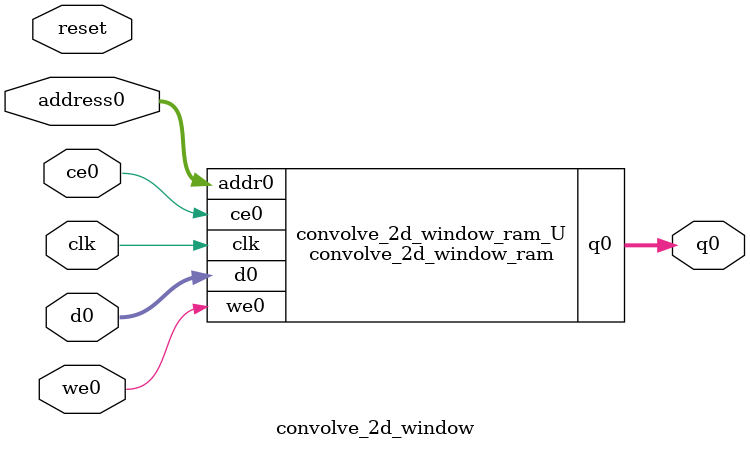
<source format=v>
`timescale 1 ns / 1 ps
module convolve_2d_window_ram (addr0, ce0, d0, we0, q0,  clk);

parameter DWIDTH = 32;
parameter AWIDTH = 4;
parameter MEM_SIZE = 9;

input[AWIDTH-1:0] addr0;
input ce0;
input[DWIDTH-1:0] d0;
input we0;
output reg[DWIDTH-1:0] q0;
input clk;

(* ram_style = "distributed" *)reg [DWIDTH-1:0] ram[0:MEM_SIZE-1];




always @(posedge clk)  
begin 
    if (ce0) 
    begin
        if (we0) 
        begin 
            ram[addr0] <= d0; 
        end 
        q0 <= ram[addr0];
    end
end


endmodule

`timescale 1 ns / 1 ps
module convolve_2d_window(
    reset,
    clk,
    address0,
    ce0,
    we0,
    d0,
    q0);

parameter DataWidth = 32'd32;
parameter AddressRange = 32'd9;
parameter AddressWidth = 32'd4;
input reset;
input clk;
input[AddressWidth - 1:0] address0;
input ce0;
input we0;
input[DataWidth - 1:0] d0;
output[DataWidth - 1:0] q0;



convolve_2d_window_ram convolve_2d_window_ram_U(
    .clk( clk ),
    .addr0( address0 ),
    .ce0( ce0 ),
    .we0( we0 ),
    .d0( d0 ),
    .q0( q0 ));

endmodule


</source>
